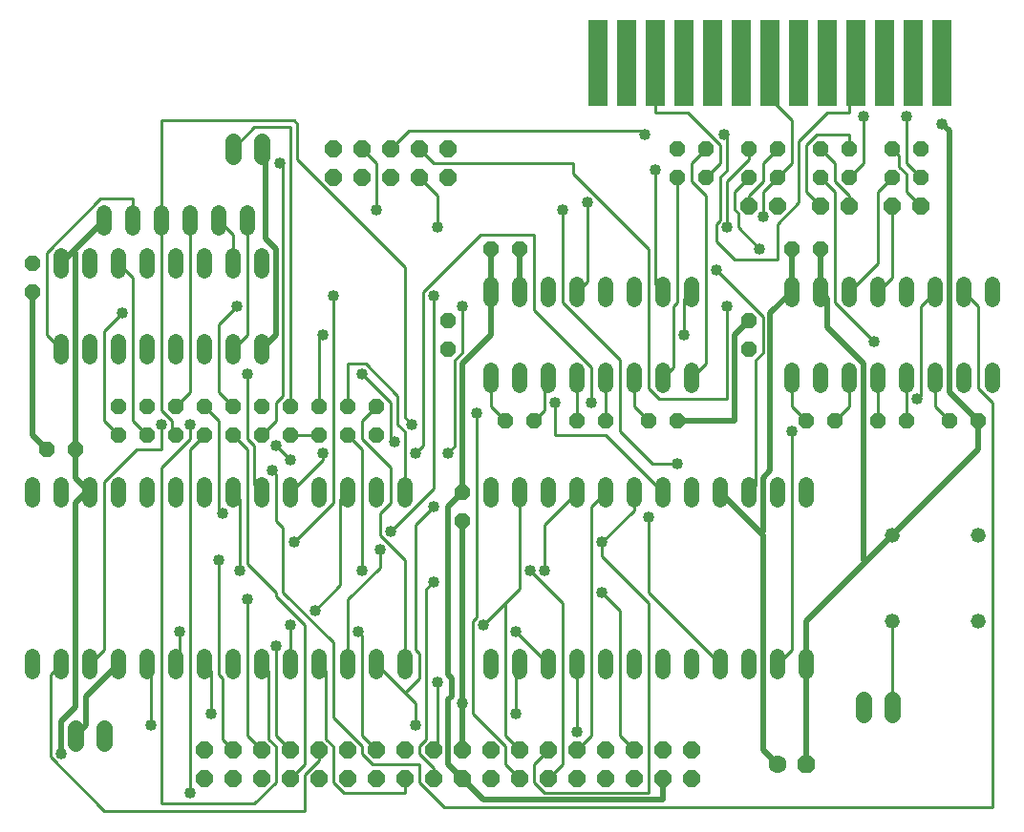
<source format=gtl>
G04 EAGLE Gerber RS-274X export*
G75*
%MOMM*%
%FSLAX34Y34*%
%LPD*%
%INTop Copper*%
%IPPOS*%
%AMOC8*
5,1,8,0,0,1.08239X$1,22.5*%
G01*
%ADD10P,1.429621X8X292.500000*%
%ADD11P,1.429621X8X202.500000*%
%ADD12C,1.320800*%
%ADD13P,1.732040X8X22.500000*%
%ADD14C,1.600200*%
%ADD15C,1.320800*%
%ADD16P,1.539592X8X22.500000*%
%ADD17C,1.422400*%
%ADD18P,1.429621X8X22.500000*%
%ADD19P,1.429621X8X112.500000*%
%ADD20P,1.649562X8X202.500000*%
%ADD21R,1.780000X7.620000*%
%ADD22P,1.649562X8X22.500000*%
%ADD23C,0.508000*%
%ADD24C,1.016000*%
%ADD25C,0.254000*%


D10*
X50800Y495300D03*
X50800Y469900D03*
D11*
X88900Y330200D03*
X63500Y330200D03*
D10*
X431800Y292100D03*
X431800Y266700D03*
D12*
X889000Y254000D03*
X812800Y254000D03*
X812800Y177800D03*
X889000Y177800D03*
D13*
X736600Y50800D03*
D14*
X711200Y50800D03*
D15*
X50800Y133096D02*
X50800Y146304D01*
X76200Y146304D02*
X76200Y133096D01*
X101600Y133096D02*
X101600Y146304D01*
X127000Y146304D02*
X127000Y133096D01*
X152400Y133096D02*
X152400Y146304D01*
X177800Y146304D02*
X177800Y133096D01*
X203200Y133096D02*
X203200Y146304D01*
X228600Y146304D02*
X228600Y133096D01*
X254000Y133096D02*
X254000Y146304D01*
X279400Y146304D02*
X279400Y133096D01*
X304800Y133096D02*
X304800Y146304D01*
X330200Y146304D02*
X330200Y133096D01*
X355600Y133096D02*
X355600Y146304D01*
X381000Y146304D02*
X381000Y133096D01*
X381000Y285496D02*
X381000Y298704D01*
X355600Y298704D02*
X355600Y285496D01*
X330200Y285496D02*
X330200Y298704D01*
X304800Y298704D02*
X304800Y285496D01*
X279400Y285496D02*
X279400Y298704D01*
X254000Y298704D02*
X254000Y285496D01*
X228600Y285496D02*
X228600Y298704D01*
X203200Y298704D02*
X203200Y285496D01*
X177800Y285496D02*
X177800Y298704D01*
X152400Y298704D02*
X152400Y285496D01*
X127000Y285496D02*
X127000Y298704D01*
X101600Y298704D02*
X101600Y285496D01*
X76200Y285496D02*
X76200Y298704D01*
X50800Y298704D02*
X50800Y285496D01*
D16*
X127000Y342900D03*
X127000Y368300D03*
X152400Y342900D03*
X152400Y368300D03*
X177800Y342900D03*
X177800Y368300D03*
X203200Y342900D03*
X203200Y368300D03*
X228600Y342900D03*
X228600Y368300D03*
X254000Y342900D03*
X254000Y368300D03*
X279400Y342900D03*
X279400Y368300D03*
X304800Y342900D03*
X304800Y368300D03*
X330200Y342900D03*
X330200Y368300D03*
X355600Y342900D03*
X355600Y368300D03*
D15*
X76200Y412496D02*
X76200Y425704D01*
X101600Y425704D02*
X101600Y412496D01*
X228600Y412496D02*
X228600Y425704D01*
X254000Y425704D02*
X254000Y412496D01*
X127000Y412496D02*
X127000Y425704D01*
X152400Y425704D02*
X152400Y412496D01*
X203200Y412496D02*
X203200Y425704D01*
X177800Y425704D02*
X177800Y412496D01*
X254000Y488696D02*
X254000Y501904D01*
X228600Y501904D02*
X228600Y488696D01*
X203200Y488696D02*
X203200Y501904D01*
X177800Y501904D02*
X177800Y488696D01*
X152400Y488696D02*
X152400Y501904D01*
X127000Y501904D02*
X127000Y488696D01*
X101600Y488696D02*
X101600Y501904D01*
X76200Y501904D02*
X76200Y488696D01*
X114300Y526796D02*
X114300Y540004D01*
X139700Y540004D02*
X139700Y526796D01*
X165100Y526796D02*
X165100Y540004D01*
X190500Y540004D02*
X190500Y526796D01*
X215900Y526796D02*
X215900Y540004D01*
X241300Y540004D02*
X241300Y526796D01*
D17*
X787400Y108712D02*
X787400Y94488D01*
X812800Y94488D02*
X812800Y108712D01*
D15*
X457200Y133096D02*
X457200Y146304D01*
X482600Y146304D02*
X482600Y133096D01*
X508000Y133096D02*
X508000Y146304D01*
X533400Y146304D02*
X533400Y133096D01*
X558800Y133096D02*
X558800Y146304D01*
X584200Y146304D02*
X584200Y133096D01*
X609600Y133096D02*
X609600Y146304D01*
X635000Y146304D02*
X635000Y133096D01*
X660400Y133096D02*
X660400Y146304D01*
X685800Y146304D02*
X685800Y133096D01*
X711200Y133096D02*
X711200Y146304D01*
X736600Y146304D02*
X736600Y133096D01*
X736600Y285496D02*
X736600Y298704D01*
X711200Y298704D02*
X711200Y285496D01*
X685800Y285496D02*
X685800Y298704D01*
X660400Y298704D02*
X660400Y285496D01*
X635000Y285496D02*
X635000Y298704D01*
X609600Y298704D02*
X609600Y285496D01*
X584200Y285496D02*
X584200Y298704D01*
X558800Y298704D02*
X558800Y285496D01*
X533400Y285496D02*
X533400Y298704D01*
X508000Y298704D02*
X508000Y285496D01*
X482600Y285496D02*
X482600Y298704D01*
X457200Y298704D02*
X457200Y285496D01*
X723900Y387096D02*
X723900Y400304D01*
X749300Y400304D02*
X749300Y387096D01*
X876300Y387096D02*
X876300Y400304D01*
X901700Y400304D02*
X901700Y387096D01*
X774700Y387096D02*
X774700Y400304D01*
X800100Y400304D02*
X800100Y387096D01*
X850900Y387096D02*
X850900Y400304D01*
X825500Y400304D02*
X825500Y387096D01*
X901700Y463296D02*
X901700Y476504D01*
X876300Y476504D02*
X876300Y463296D01*
X850900Y463296D02*
X850900Y476504D01*
X825500Y476504D02*
X825500Y463296D01*
X800100Y463296D02*
X800100Y476504D01*
X774700Y476504D02*
X774700Y463296D01*
X749300Y463296D02*
X749300Y476504D01*
X723900Y476504D02*
X723900Y463296D01*
D18*
X736600Y355600D03*
X762000Y355600D03*
X800100Y355600D03*
X825500Y355600D03*
D19*
X685800Y419100D03*
X685800Y444500D03*
D11*
X889000Y355600D03*
X863600Y355600D03*
D18*
X723900Y508000D03*
X749300Y508000D03*
D16*
X812800Y571500D03*
X838200Y571500D03*
X812800Y596900D03*
X838200Y596900D03*
X749300Y571500D03*
X774700Y571500D03*
X749300Y596900D03*
X774700Y596900D03*
D15*
X457200Y400304D02*
X457200Y387096D01*
X482600Y387096D02*
X482600Y400304D01*
X609600Y400304D02*
X609600Y387096D01*
X635000Y387096D02*
X635000Y400304D01*
X508000Y400304D02*
X508000Y387096D01*
X533400Y387096D02*
X533400Y400304D01*
X584200Y400304D02*
X584200Y387096D01*
X558800Y387096D02*
X558800Y400304D01*
X635000Y463296D02*
X635000Y476504D01*
X609600Y476504D02*
X609600Y463296D01*
X584200Y463296D02*
X584200Y476504D01*
X558800Y476504D02*
X558800Y463296D01*
X533400Y463296D02*
X533400Y476504D01*
X508000Y476504D02*
X508000Y463296D01*
X482600Y463296D02*
X482600Y476504D01*
X457200Y476504D02*
X457200Y463296D01*
D18*
X469900Y355600D03*
X495300Y355600D03*
X533400Y355600D03*
X558800Y355600D03*
D19*
X419100Y419100D03*
X419100Y444500D03*
D11*
X622300Y355600D03*
X596900Y355600D03*
D18*
X457200Y508000D03*
X482600Y508000D03*
D16*
X685800Y571500D03*
X711200Y571500D03*
X685800Y596900D03*
X711200Y596900D03*
X622300Y571500D03*
X647700Y571500D03*
X622300Y596900D03*
X647700Y596900D03*
D20*
X419100Y596900D03*
X393700Y596900D03*
X368300Y596900D03*
X342900Y596900D03*
X317500Y596900D03*
X419100Y571500D03*
X393700Y571500D03*
X368300Y571500D03*
X342900Y571500D03*
X317500Y571500D03*
X635000Y63500D03*
X609600Y63500D03*
X584200Y63500D03*
X558800Y63500D03*
X533400Y63500D03*
X508000Y63500D03*
X635000Y38100D03*
X609600Y38100D03*
X584200Y38100D03*
X558800Y38100D03*
X533400Y38100D03*
X508000Y38100D03*
X482600Y63500D03*
X482600Y38100D03*
X457200Y63500D03*
X431800Y63500D03*
X406400Y63500D03*
X381000Y63500D03*
X355600Y63500D03*
X330200Y63500D03*
X457200Y38100D03*
X431800Y38100D03*
X406400Y38100D03*
X381000Y38100D03*
X355600Y38100D03*
X330200Y38100D03*
X304800Y63500D03*
X304800Y38100D03*
X279400Y63500D03*
X254000Y63500D03*
X228600Y63500D03*
X203200Y63500D03*
X279400Y38100D03*
X254000Y38100D03*
X228600Y38100D03*
X203200Y38100D03*
D21*
X857250Y673100D03*
X831850Y673100D03*
X806450Y673100D03*
X781050Y673100D03*
X755650Y673100D03*
X730250Y673100D03*
X704850Y673100D03*
X679450Y673100D03*
X654050Y673100D03*
X628650Y673100D03*
X603250Y673100D03*
X577850Y673100D03*
X552450Y673100D03*
D17*
X114300Y83312D02*
X114300Y69088D01*
X88900Y69088D02*
X88900Y83312D01*
D22*
X774700Y546100D03*
X749300Y546100D03*
X711200Y546100D03*
X685800Y546100D03*
X838200Y546100D03*
X812800Y546100D03*
D17*
X228600Y589788D02*
X228600Y604012D01*
X254000Y604012D02*
X254000Y589788D01*
D23*
X749300Y508000D02*
X749300Y469900D01*
X673100Y355600D02*
X622300Y355600D01*
X673100Y355600D02*
X673100Y431800D01*
X685800Y444500D01*
X63500Y330200D02*
X50800Y342900D01*
X50800Y469900D01*
X482600Y469900D02*
X482600Y508000D01*
X257175Y593725D02*
X254000Y596900D01*
X257175Y593725D02*
X257175Y517525D01*
X266700Y508000D01*
X266700Y431800D01*
X254000Y419100D01*
X812800Y254000D02*
X889000Y330200D01*
X889000Y355600D01*
X863600Y612775D02*
X857250Y619125D01*
X863600Y612775D02*
X863600Y381000D01*
X889000Y355600D01*
X431800Y104775D02*
X431800Y63500D01*
X431800Y104775D02*
X431800Y266700D01*
X127000Y139700D02*
X98425Y111125D01*
X98425Y85725D01*
X88900Y76200D01*
X736600Y50800D02*
X736600Y139700D01*
X736600Y177800D02*
X788988Y230188D01*
X812800Y254000D01*
X736600Y177800D02*
X736600Y139700D01*
X755650Y463550D02*
X749300Y469900D01*
X755650Y463550D02*
X755650Y438150D01*
X787400Y406400D01*
X787400Y231775D01*
X788988Y230188D01*
D24*
X857250Y619125D03*
X431800Y104775D03*
D25*
X228600Y63500D02*
X219075Y73025D01*
X219075Y127000D01*
X215900Y130175D01*
X215900Y231775D01*
D24*
X215900Y231775D03*
D25*
X241300Y76200D02*
X254000Y63500D01*
X241300Y76200D02*
X241300Y196850D01*
D24*
X241300Y196850D03*
D25*
X266700Y76200D02*
X279400Y63500D01*
X266700Y76200D02*
X266700Y155575D01*
D24*
X266700Y155575D03*
D25*
X76200Y139700D02*
X66675Y130175D01*
X66675Y57150D01*
X114300Y9525D01*
X292100Y9525D01*
X292100Y41275D01*
X304800Y53975D01*
X304800Y63500D01*
X155575Y136525D02*
X152400Y139700D01*
X155575Y136525D02*
X155575Y85725D01*
X533400Y79375D02*
X533400Y139700D01*
D24*
X155575Y85725D03*
X533400Y79375D03*
D25*
X180975Y142875D02*
X177800Y139700D01*
X180975Y142875D02*
X180975Y168275D01*
X339725Y168275D02*
X342900Y165100D01*
X342900Y76200D01*
X355600Y63500D01*
X479425Y168275D02*
X508000Y139700D01*
D24*
X180975Y168275D03*
X339725Y168275D03*
X479425Y168275D03*
D25*
X209550Y133350D02*
X203200Y139700D01*
X209550Y133350D02*
X209550Y95250D01*
X479425Y136525D02*
X482600Y139700D01*
X479425Y136525D02*
X479425Y95250D01*
D24*
X209550Y95250D03*
X479425Y95250D03*
D25*
X409575Y66675D02*
X406400Y63500D01*
X409575Y66675D02*
X409575Y123825D01*
D24*
X409575Y123825D03*
D23*
X723900Y469900D02*
X723900Y508000D01*
X696913Y255588D02*
X698500Y254000D01*
X696913Y255588D02*
X660400Y292100D01*
X698500Y254000D02*
X698500Y63500D01*
X711200Y50800D01*
X704850Y450850D02*
X723900Y469900D01*
X704850Y450850D02*
X704850Y311150D01*
X698500Y304800D01*
X698500Y257175D01*
X696913Y255588D01*
X101600Y292100D02*
X88900Y304800D01*
X88900Y330200D01*
X76200Y495300D02*
X87313Y506413D01*
X114300Y533400D01*
X88900Y504825D02*
X88900Y330200D01*
X88900Y504825D02*
X87313Y506413D01*
X457200Y508000D02*
X457200Y469900D01*
X431800Y406400D02*
X431800Y292100D01*
X431800Y406400D02*
X457200Y431800D01*
X457200Y469900D01*
X431800Y38100D02*
X450850Y19050D01*
X609600Y19050D01*
X609600Y38100D01*
X419100Y279400D02*
X431800Y292100D01*
X419100Y279400D02*
X419100Y130175D01*
X422275Y127000D01*
X422275Y111125D01*
X419100Y107950D01*
X419100Y50800D01*
X431800Y38100D01*
X98425Y292100D02*
X88900Y282575D01*
X88900Y101600D01*
X76200Y88900D01*
X76200Y60325D01*
X98425Y292100D02*
X101600Y292100D01*
D24*
X76200Y60325D03*
D25*
X190500Y330200D02*
X203200Y342900D01*
X190500Y330200D02*
X190500Y25400D01*
D24*
X190500Y25400D03*
D25*
X241300Y330200D02*
X228600Y342900D01*
X241300Y330200D02*
X241300Y228600D01*
X266700Y203200D01*
X266700Y200025D01*
X292100Y174625D01*
X292100Y50800D01*
X279400Y38100D01*
X330200Y139700D02*
X330200Y196850D01*
X358775Y225425D01*
X358775Y241300D01*
X555625Y247650D02*
X584200Y276225D01*
X584200Y292100D01*
X508000Y63500D02*
X495300Y50800D01*
X495300Y34925D01*
X504825Y25400D01*
X596900Y25400D01*
X596900Y193675D01*
X555625Y234950D01*
X555625Y247650D01*
D24*
X358775Y241300D03*
X555625Y247650D03*
D25*
X311150Y133350D02*
X304800Y139700D01*
X311150Y133350D02*
X311150Y73025D01*
X317500Y66675D01*
X317500Y34925D01*
X327025Y25400D01*
X381000Y25400D01*
X381000Y38100D01*
X504825Y263525D02*
X533400Y292100D01*
X504825Y263525D02*
X504825Y222250D01*
X406400Y212725D02*
X400050Y206375D01*
X400050Y73025D01*
X393700Y66675D01*
X393700Y60325D01*
X406400Y47625D01*
X406400Y38100D01*
D24*
X504825Y222250D03*
X406400Y212725D03*
D25*
X234950Y285750D02*
X228600Y292100D01*
X234950Y285750D02*
X234950Y222250D01*
X555625Y203200D02*
X571500Y187325D01*
X571500Y76200D01*
X584200Y63500D01*
D24*
X234950Y222250D03*
X555625Y203200D03*
D25*
X444500Y180975D02*
X444500Y361950D01*
X444500Y180975D02*
X441325Y177800D01*
X441325Y95250D01*
X469900Y66675D01*
X469900Y50800D01*
X482600Y38100D01*
D24*
X444500Y361950D03*
D25*
X342900Y330200D02*
X330200Y342900D01*
X342900Y330200D02*
X342900Y222250D01*
X492125Y222250D02*
X520700Y193675D01*
X520700Y50800D01*
X508000Y38100D01*
D24*
X342900Y222250D03*
X492125Y222250D03*
D25*
X381000Y114300D02*
X390525Y104775D01*
X381000Y114300D02*
X355600Y139700D01*
X390525Y104775D02*
X390525Y85725D01*
X390525Y263525D02*
X406400Y279400D01*
X390525Y263525D02*
X390525Y152400D01*
X393700Y149225D01*
X393700Y127000D01*
X381000Y114300D01*
D24*
X390525Y85725D03*
X406400Y279400D03*
D25*
X279400Y174625D02*
X279400Y139700D01*
X469900Y193675D02*
X482600Y206375D01*
X469900Y193675D02*
X450850Y174625D01*
X482600Y206375D02*
X482600Y292100D01*
X469900Y76200D02*
X482600Y63500D01*
X469900Y76200D02*
X469900Y193675D01*
D24*
X279400Y174625D03*
X450850Y174625D03*
D25*
X304800Y342900D02*
X279400Y342900D01*
X254000Y139700D02*
X260350Y133350D01*
X260350Y73025D01*
X266700Y66675D01*
X266700Y34925D01*
X247650Y15875D01*
X165100Y15875D01*
X165100Y314325D01*
X190500Y339725D01*
X190500Y352425D01*
X603250Y476250D02*
X609600Y469900D01*
X603250Y476250D02*
X603250Y577850D01*
X273050Y581025D02*
X269875Y584200D01*
X273050Y581025D02*
X273050Y377825D01*
X266700Y371475D01*
X266700Y355600D01*
X254000Y342900D01*
D24*
X190500Y352425D03*
X603250Y577850D03*
X269875Y584200D03*
D25*
X241300Y431800D02*
X228600Y419100D01*
X241300Y431800D02*
X241300Y533400D01*
X228600Y520700D02*
X215900Y533400D01*
X228600Y520700D02*
X228600Y495300D01*
X76200Y419100D02*
X63500Y431800D01*
X63500Y504825D01*
X111125Y552450D01*
X139700Y552450D01*
X139700Y533400D01*
X812800Y177800D02*
X812800Y101600D01*
X254000Y292100D02*
X247650Y298450D01*
X247650Y333375D01*
X241300Y339725D01*
X241300Y396875D01*
X368300Y339725D02*
X371475Y336550D01*
X368300Y339725D02*
X368300Y371475D01*
X342900Y396875D01*
D24*
X241300Y396875D03*
X371475Y336550D03*
X342900Y396875D03*
D25*
X130175Y450850D02*
X114300Y434975D01*
X114300Y355600D01*
X127000Y342900D01*
D24*
X130175Y450850D03*
D25*
X558800Y342900D02*
X609600Y292100D01*
X558800Y342900D02*
X514350Y342900D01*
X514350Y371475D01*
X139700Y482600D02*
X127000Y495300D01*
X139700Y482600D02*
X139700Y355600D01*
X152400Y342900D01*
D24*
X514350Y371475D03*
D25*
X558800Y292100D02*
X546100Y279400D01*
X546100Y76200D01*
X533400Y63500D01*
X190500Y381000D02*
X190500Y533400D01*
X190500Y381000D02*
X177800Y368300D01*
X600075Y317500D02*
X622300Y317500D01*
X600075Y317500D02*
X571500Y346075D01*
X571500Y409575D01*
X520700Y460375D01*
X520700Y542925D01*
D24*
X622300Y317500D03*
X520700Y542925D03*
D25*
X723900Y152400D02*
X711200Y139700D01*
X723900Y152400D02*
X723900Y346075D01*
X387350Y352425D02*
X381000Y358775D01*
X381000Y492125D01*
X285750Y587375D01*
X285750Y619125D01*
X282575Y622300D01*
X165100Y622300D01*
X165100Y533400D01*
X174625Y346075D02*
X177800Y342900D01*
X174625Y346075D02*
X174625Y355600D01*
X165100Y365125D01*
X165100Y533400D01*
D24*
X723900Y346075D03*
X387350Y352425D03*
D25*
X685800Y292100D02*
X692150Y298450D01*
X692150Y409575D01*
X698500Y415925D01*
X698500Y447675D01*
X657225Y488950D01*
D24*
X657225Y488950D03*
D25*
X596900Y203200D02*
X660400Y139700D01*
X596900Y203200D02*
X596900Y269875D01*
X279400Y320675D02*
X266700Y333375D01*
D24*
X596900Y269875D03*
X279400Y320675D03*
X266700Y333375D03*
D25*
X215900Y276225D02*
X219075Y273050D01*
X215900Y276225D02*
X215900Y355600D01*
X203200Y368300D01*
D24*
X219075Y273050D03*
D25*
X419100Y327025D02*
X425450Y333375D01*
X425450Y409575D01*
X431800Y415925D01*
X431800Y457200D01*
X231775Y457200D02*
X215900Y441325D01*
X215900Y381000D01*
X228600Y368300D01*
D24*
X419100Y327025D03*
X431800Y457200D03*
X231775Y457200D03*
D25*
X228600Y596900D02*
X247650Y615950D01*
X279400Y615950D01*
X279400Y368300D01*
X381000Y346075D02*
X381000Y292100D01*
X381000Y346075D02*
X374650Y352425D01*
X374650Y377825D01*
X346075Y406400D01*
X330200Y406400D01*
X330200Y368300D01*
X381000Y231775D02*
X381000Y139700D01*
X381000Y231775D02*
X358775Y254000D01*
X358775Y273050D01*
X368300Y282575D01*
X368300Y314325D01*
X342900Y339725D01*
X342900Y355600D01*
X355600Y368300D01*
X812800Y596900D02*
X819150Y590550D01*
X819150Y581025D01*
X825500Y574675D01*
X825500Y558800D01*
X838200Y546100D01*
X384175Y612775D02*
X368300Y596900D01*
X384175Y612775D02*
X593725Y612775D01*
X593725Y609600D01*
D24*
X593725Y609600D03*
D25*
X825500Y584200D02*
X838200Y571500D01*
X825500Y584200D02*
X825500Y625475D01*
X406400Y584200D02*
X393700Y596900D01*
X406400Y584200D02*
X530225Y584200D01*
X530225Y574675D01*
X596900Y508000D01*
X596900Y384175D01*
X606425Y374650D01*
X666750Y374650D01*
X666750Y457200D01*
D24*
X825500Y625475D03*
X666750Y457200D03*
D25*
X774700Y571500D02*
X787400Y584200D01*
X787400Y625475D01*
D24*
X787400Y625475D03*
D25*
X409575Y555625D02*
X393700Y571500D01*
X409575Y555625D02*
X409575Y527050D01*
X749300Y596900D02*
X762000Y584200D01*
X762000Y568325D01*
X774700Y555625D01*
X774700Y546100D01*
D24*
X409575Y527050D03*
D25*
X723900Y368300D02*
X736600Y355600D01*
X723900Y368300D02*
X723900Y393700D01*
X800100Y393700D02*
X800100Y355600D01*
X774700Y368300D02*
X762000Y355600D01*
X774700Y368300D02*
X774700Y393700D01*
X825500Y393700D02*
X825500Y355600D01*
X850900Y368300D02*
X863600Y355600D01*
X850900Y368300D02*
X850900Y393700D01*
X774700Y469900D02*
X800100Y495300D01*
X800100Y558800D01*
X812800Y571500D01*
X812800Y482600D02*
X800100Y469900D01*
X812800Y482600D02*
X812800Y546100D01*
X762000Y460375D02*
X796925Y425450D01*
X762000Y460375D02*
X762000Y558800D01*
X749300Y571500D01*
D24*
X796925Y425450D03*
D25*
X749300Y546100D02*
X736600Y558800D01*
X736600Y600075D01*
X746125Y609600D01*
X774700Y609600D01*
X774700Y596900D01*
X307975Y320675D02*
X279400Y292100D01*
X307975Y320675D02*
X307975Y327025D01*
X390525Y327025D02*
X396875Y333375D01*
X396875Y469900D01*
X447675Y520700D01*
X495300Y520700D01*
X495300Y454025D01*
X546100Y403225D01*
X546100Y371475D01*
X835025Y374650D02*
X838200Y377825D01*
X838200Y457200D01*
X850900Y469900D01*
D24*
X307975Y327025D03*
X390525Y327025D03*
X546100Y371475D03*
X835025Y374650D03*
D25*
X266700Y307975D02*
X263525Y311150D01*
X266700Y307975D02*
X266700Y266700D01*
X273050Y260350D01*
X273050Y203200D01*
X317500Y158750D01*
X317500Y92075D01*
X342900Y66675D01*
X342900Y60325D01*
X352425Y50800D01*
X393700Y50800D01*
X393700Y34925D01*
X415925Y12700D01*
X901700Y12700D01*
X901700Y371475D01*
X889000Y384175D01*
X889000Y457200D01*
X876300Y469900D01*
D24*
X263525Y311150D03*
D25*
X114300Y152400D02*
X101600Y139700D01*
X114300Y152400D02*
X114300Y301625D01*
X142875Y330200D01*
X165100Y330200D01*
X165100Y352425D01*
D24*
X165100Y352425D03*
D25*
X323850Y285750D02*
X330200Y292100D01*
X323850Y285750D02*
X323850Y209550D01*
X301625Y187325D01*
D24*
X301625Y187325D03*
D25*
X469900Y355600D02*
X457200Y368300D01*
X457200Y393700D01*
X533400Y393700D02*
X533400Y355600D01*
X504825Y365125D02*
X495300Y355600D01*
X504825Y365125D02*
X504825Y390525D01*
X508000Y393700D01*
X558800Y393700D02*
X558800Y355600D01*
X584200Y368300D02*
X596900Y355600D01*
X584200Y368300D02*
X584200Y393700D01*
X695325Y508000D02*
X676275Y527050D01*
X676275Y539750D01*
X673100Y542925D01*
X673100Y558800D01*
X685800Y571500D01*
D24*
X695325Y508000D03*
D25*
X542925Y479425D02*
X533400Y469900D01*
X542925Y479425D02*
X542925Y549275D01*
X698500Y584200D02*
X711200Y596900D01*
X698500Y584200D02*
X698500Y568325D01*
X685800Y555625D01*
X685800Y546100D01*
D24*
X542925Y549275D03*
D25*
X317500Y282575D02*
X282575Y247650D01*
X317500Y282575D02*
X317500Y466725D01*
D24*
X282575Y247650D03*
X317500Y466725D03*
D25*
X406400Y295275D02*
X368300Y257175D01*
X406400Y295275D02*
X406400Y466725D01*
D24*
X368300Y257175D03*
X406400Y466725D03*
D25*
X711200Y571500D02*
X723900Y584200D01*
X723900Y622300D01*
X704850Y641350D01*
X704850Y673100D01*
X698500Y558800D02*
X698500Y536575D01*
X698500Y558800D02*
X711200Y571500D01*
D24*
X698500Y536575D03*
D25*
X666750Y527050D02*
X666750Y568325D01*
X685800Y587375D01*
X685800Y596900D01*
X355600Y584200D02*
X342900Y596900D01*
X355600Y584200D02*
X355600Y542925D01*
D24*
X666750Y527050D03*
X355600Y542925D03*
D25*
X663575Y609600D02*
X666750Y606425D01*
X666750Y577850D01*
X660400Y571500D01*
X660400Y533400D01*
X657225Y530225D01*
X657225Y514350D01*
X673100Y498475D01*
X711200Y498475D01*
X711200Y530225D01*
X730250Y549275D01*
X730250Y603250D01*
X755650Y628650D01*
X774700Y628650D01*
X774700Y666750D01*
X781050Y673100D01*
D24*
X663575Y609600D03*
D25*
X660400Y584200D02*
X647700Y571500D01*
X660400Y584200D02*
X660400Y600075D01*
X631825Y628650D01*
X603250Y628650D01*
X603250Y673100D01*
X619125Y403225D02*
X609600Y393700D01*
X619125Y403225D02*
X619125Y457200D01*
X622300Y460375D01*
X622300Y571500D01*
X647700Y406400D02*
X635000Y393700D01*
X647700Y406400D02*
X647700Y555625D01*
X635000Y568325D01*
X635000Y584200D01*
X647700Y596900D01*
X635000Y469900D02*
X628650Y463550D01*
X628650Y431800D01*
X307975Y431800D02*
X304800Y428625D01*
X304800Y368300D01*
D24*
X628650Y431800D03*
X307975Y431800D03*
M02*

</source>
